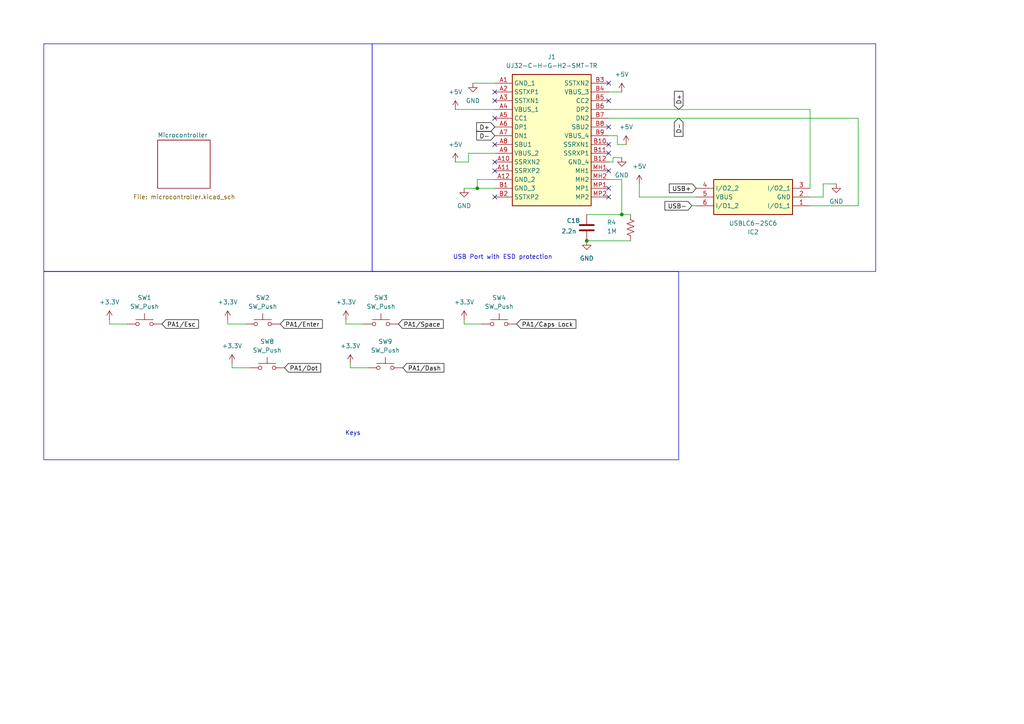
<source format=kicad_sch>
(kicad_sch (version 20231120) (generator "eeschema") (generator_version "8.0")
  (paper "A4")
  (lib_symbols
    (symbol "CustomSymbols:+5V" (power) (pin_numbers hide) (pin_names (offset 0) hide)
      (property "Value" "+5V" (at 0 3.556 0))
      (symbol "+5V_0_1"
        (polyline (pts (xy -0.762 1.27) (xy 0 2.54)))
        (polyline (pts (xy 0 0) (xy 0 2.54)))
        (polyline (pts (xy 0 2.54) (xy 0.762 1.27)))
      )
      (symbol "+5V_1_1"
        (pin power_in line (at 0 0 90) (length 0) (name "~") (number "1"))
      )
    )
    (symbol "CustomSymbols:C" (pin_numbers hide) (pin_names (offset 0.254))
      (property "Reference" "C" (at 0.635 2.54 0))
      (property "Value" "C" (at 0.635 -2.54 0))
      (symbol "C_0_1"
        (polyline (pts (xy -2.032 -0.762) (xy 2.032 -0.762)) (stroke (width 0.508)))
        (polyline (pts (xy -2.032 0.762) (xy 2.032 0.762)) (stroke (width 0.508)))
      )
      (symbol "C_1_1"
        (pin passive line (at 0 3.81 270) (length 2.794) (name "~") (number "1"))
        (pin passive line (at 0 -3.81 90) (length 2.794) (name "~") (number "2"))
      )
    )
    (symbol "CustomSymbols:GND" (power) (pin_numbers hide) (pin_names (offset 0) hide)
      (property "Value" "GND" (at 0 -3.81 0))
      (symbol "GND_0_1"
        (polyline (pts (xy 0 0) (xy 0 -1.27) (xy 1.27 -1.27) (xy 0 -2.54) (xy -1.27 -1.27) (xy 0 -1.27)))
      )
      (symbol "GND_1_1"
        (pin power_in line (at 0 0 270) (length 0) (name "~") (number "1"))
      )
    )
    (symbol "CustomSymbols:R_US" (pin_numbers hide) (pin_names (offset 0))
      (property "Reference" "R" (at 2.54 0 90))
      (property "Value" "R_US" (at -2.54 0 90))
      (symbol "R_US_0_1"
        (polyline (pts (xy 0 -2.286) (xy 0 -2.54)))
        (polyline (pts (xy 0 2.286) (xy 0 2.54)))
        (polyline (pts (xy 0 -0.762) (xy 1.016 -1.143) (xy 0 -1.524) (xy -1.016 -1.905) (xy 0 -2.286)))
        (polyline (pts (xy 0 0.762) (xy 1.016 0.381) (xy 0 0) (xy -1.016 -0.381) (xy 0 -0.762)))
        (polyline (pts (xy 0 2.286) (xy 1.016 1.905) (xy 0 1.524) (xy -1.016 1.143) (xy 0 0.762)))
      )
      (symbol "R_US_1_1"
        (pin passive line (at 0 3.81 270) (length 1.27) (name "~") (number "1"))
        (pin passive line (at 0 -3.81 90) (length 1.27) (name "~") (number "2"))
      )
    )
    (symbol "CustomSymbols:UJ32-C-H-G-H2-SMT-TR"
      (property "Reference" "J" (at 29.21 7.62 0))
      (property "Value" "UJ32-C-H-G-H2-SMT-TR" (at 29.21 5.08 0))
      (symbol "UJ32-C-H-G-H2-SMT-TR_1_1"
        (rectangle (start 5.08 2.54) (end 27.94 -35.56) (stroke (width 0.254)) (fill (type background)))
        (pin passive line (at 0 0 0) (length 5.08) (name "GND_1") (number "A1"))
        (pin passive line (at 0 -22.86 0) (length 5.08) (name "SSRXN2") (number "A10"))
        (pin passive line (at 0 -25.4 0) (length 5.08) (name "SSRXP2") (number "A11"))
        (pin passive line (at 0 -27.94 0) (length 5.08) (name "GND_2") (number "A12"))
        (pin passive line (at 0 -2.54 0) (length 5.08) (name "SSTXP1") (number "A2"))
        (pin passive line (at 0 -5.08 0) (length 5.08) (name "SSTXN1") (number "A3"))
        (pin passive line (at 0 -7.62 0) (length 5.08) (name "VBUS_1") (number "A4"))
        (pin passive line (at 0 -10.16 0) (length 5.08) (name "CC1") (number "A5"))
        (pin passive line (at 0 -12.7 0) (length 5.08) (name "DP1") (number "A6"))
        (pin passive line (at 0 -15.24 0) (length 5.08) (name "DN1") (number "A7"))
        (pin passive line (at 0 -17.78 0) (length 5.08) (name "SBU1") (number "A8"))
        (pin passive line (at 0 -20.32 0) (length 5.08) (name "VBUS_2") (number "A9"))
        (pin passive line (at 0 -30.48 0) (length 5.08) (name "GND_3") (number "B1"))
        (pin passive line (at 33.02 -17.78 180) (length 5.08) (name "SSRXN1") (number "B10"))
        (pin passive line (at 33.02 -20.32 180) (length 5.08) (name "SSRXP1") (number "B11"))
        (pin passive line (at 33.02 -22.86 180) (length 5.08) (name "GND_4") (number "B12"))
        (pin passive line (at 0 -33.02 0) (length 5.08) (name "SSTXP2") (number "B2"))
        (pin passive line (at 33.02 0 180) (length 5.08) (name "SSTXN2") (number "B3"))
        (pin passive line (at 33.02 -2.54 180) (length 5.08) (name "VBUS_3") (number "B4"))
        (pin passive line (at 33.02 -5.08 180) (length 5.08) (name "CC2") (number "B5"))
        (pin passive line (at 33.02 -7.62 180) (length 5.08) (name "DP2") (number "B6"))
        (pin passive line (at 33.02 -10.16 180) (length 5.08) (name "DN2") (number "B7"))
        (pin passive line (at 33.02 -12.7 180) (length 5.08) (name "SBU2") (number "B8"))
        (pin passive line (at 33.02 -15.24 180) (length 5.08) (name "VBUS_4") (number "B9"))
        (pin passive line (at 33.02 -25.4 180) (length 5.08) (name "MH1") (number "MH1"))
        (pin passive line (at 33.02 -27.94 180) (length 5.08) (name "MH2") (number "MH2"))
        (pin passive line (at 33.02 -30.48 180) (length 5.08) (name "MP1") (number "MP1"))
        (pin passive line (at 33.02 -33.02 180) (length 5.08) (name "MP2") (number "MP2"))
      )
    )
    (symbol "CustomSymbols:USBLC6-2SC6"
      (property "Reference" "IC" (at 29.21 7.62 0))
      (property "Value" "USBLC6-2SC6" (at 29.21 5.08 0))
      (symbol "USBLC6-2SC6_1_1"
        (rectangle (start 5.08 2.54) (end 27.94 -7.62) (stroke (width 0.254)) (fill (type background)))
        (pin passive line (at 0 0 0) (length 5.08) (name "I/O1_1") (number "1"))
        (pin passive line (at 0 -2.54 0) (length 5.08) (name "GND") (number "2"))
        (pin passive line (at 0 -5.08 0) (length 5.08) (name "I/O2_1") (number "3"))
        (pin passive line (at 33.02 -5.08 180) (length 5.08) (name "I/O2_2") (number "4"))
        (pin passive line (at 33.02 -2.54 180) (length 5.08) (name "VBUS") (number "5"))
        (pin passive line (at 33.02 0 180) (length 5.08) (name "I/O1_2") (number "6"))
      )
    )
    (symbol "Switch:SW_Push" (pin_numbers hide) (pin_names (offset 1.016) hide)
      (property "Reference" "SW" (at 1.27 2.54 0))
      (property "Value" "SW_Push" (at 0 -1.524 0))
      (symbol "SW_Push_0_1"
        (circle (center -2.032 0) (radius 0.508))
        (polyline (pts (xy 0 1.27) (xy 0 3.048)))
        (polyline (pts (xy 2.54 1.27) (xy -2.54 1.27)))
        (circle (center 2.032 0) (radius 0.508))
        (pin passive line (at -5.08 0 0) (length 2.54) (name "1") (number "1"))
        (pin passive line (at 5.08 0 180) (length 2.54) (name "2") (number "2"))
      )
    )
    (symbol "power:+3.3V" (power) (pin_numbers hide) (pin_names (offset 0) hide)
      (property "Value" "+3.3V" (at 0 3.556 0))
      (symbol "+3.3V_0_1"
        (polyline (pts (xy -0.762 1.27) (xy 0 2.54)))
        (polyline (pts (xy 0 0) (xy 0 2.54)))
        (polyline (pts (xy 0 2.54) (xy 0.762 1.27)))
      )
      (symbol "+3.3V_1_1"
        (pin power_in line (at 0 0 90) (length 0) (name "~") (number "1"))
      )
    )
    (symbol "power:+5V" (power) (pin_numbers hide) (pin_names (offset 0) hide)
      (property "Value" "+5V" (at 0 3.556 0))
      (symbol "+5V_0_1"
        (polyline (pts (xy -0.762 1.27) (xy 0 2.54)))
        (polyline (pts (xy 0 0) (xy 0 2.54)))
        (polyline (pts (xy 0 2.54) (xy 0.762 1.27)))
      )
      (symbol "+5V_1_1"
        (pin power_in line (at 0 0 90) (length 0) (name "~") (number "1"))
      )
    )
    (symbol "power:GND" (power) (pin_numbers hide) (pin_names (offset 0) hide)
      (property "Value" "GND" (at 0 -3.81 0))
      (symbol "GND_0_1"
        (polyline (pts (xy 0 0) (xy 0 -1.27) (xy 1.27 -1.27) (xy 0 -2.54) (xy -1.27 -1.27) (xy 0 -1.27)))
      )
      (symbol "GND_1_1"
        (pin power_in line (at 0 0 270) (length 0) (name "~") (number "1"))
      )
    )
  )
  (junction (at 180.34 62.23))
  (junction (at 138.43 54.61))
  (junction (at 170.18 69.85))
  (no_connect (at 176.53 57.15))
  (no_connect (at 176.53 24.13))
  (no_connect (at 143.51 46.99))
  (no_connect (at 143.51 34.29))
  (no_connect (at 143.51 41.91))
  (no_connect (at 143.51 29.21))
  (no_connect (at 176.53 54.61))
  (no_connect (at 176.53 41.91))
  (no_connect (at 143.51 57.15))
  (no_connect (at 176.53 49.53))
  (no_connect (at 143.51 26.67))
  (no_connect (at 176.53 29.21))
  (no_connect (at 143.51 49.53))
  (no_connect (at 176.53 44.45))
  (no_connect (at 176.53 36.83))
  (wire (pts (xy 248.92 34.29) (xy 248.92 59.69)))
  (wire (pts (xy 66.04 93.98) (xy 66.04 92.71)))
  (wire (pts (xy 176.53 46.99) (xy 177.8 46.99)))
  (wire (pts (xy 138.43 52.07) (xy 138.43 54.61)))
  (wire (pts (xy 176.53 26.67) (xy 180.34 26.67)))
  (wire (pts (xy 132.08 31.75) (xy 143.51 31.75)))
  (wire (pts (xy 234.95 57.15) (xy 238.76 57.15)))
  (wire (pts (xy 67.31 106.68) (xy 67.31 105.41)))
  (wire (pts (xy 71.12 93.98) (xy 66.04 93.98)))
  (wire (pts (xy 176.53 34.29) (xy 248.92 34.29)))
  (wire (pts (xy 135.89 44.45) (xy 135.89 46.99)))
  (wire (pts (xy 179.07 41.91) (xy 181.61 41.91)))
  (wire (pts (xy 201.93 59.69) (xy 200.66 59.69)))
  (wire (pts (xy 177.8 45.72) (xy 180.34 45.72)))
  (wire (pts (xy 138.43 54.61) (xy 143.51 54.61)))
  (wire (pts (xy 180.34 52.07) (xy 180.34 62.23)))
  (wire (pts (xy 180.34 62.23) (xy 182.88 62.23)))
  (wire (pts (xy 179.07 39.37) (xy 179.07 41.91)))
  (wire (pts (xy 134.62 93.98) (xy 134.62 92.71)))
  (wire (pts (xy 201.93 57.15) (xy 185.42 57.15)))
  (wire (pts (xy 234.95 31.75) (xy 234.95 54.61)))
  (wire (pts (xy 176.53 52.07) (xy 180.34 52.07)))
  (wire (pts (xy 134.62 54.61) (xy 138.43 54.61)))
  (wire (pts (xy 143.51 52.07) (xy 138.43 52.07)))
  (wire (pts (xy 135.89 46.99) (xy 132.08 46.99)))
  (wire (pts (xy 139.7 93.98) (xy 134.62 93.98)))
  (wire (pts (xy 238.76 57.15) (xy 238.76 53.34)))
  (wire (pts (xy 143.51 44.45) (xy 135.89 44.45)))
  (wire (pts (xy 31.75 93.98) (xy 31.75 92.71)))
  (wire (pts (xy 177.8 46.99) (xy 177.8 45.72)))
  (wire (pts (xy 238.76 53.34) (xy 242.57 53.34)))
  (wire (pts (xy 36.83 93.98) (xy 31.75 93.98)))
  (wire (pts (xy 176.53 39.37) (xy 179.07 39.37)))
  (wire (pts (xy 170.18 69.85) (xy 182.88 69.85)))
  (wire (pts (xy 170.18 62.23) (xy 180.34 62.23)))
  (wire (pts (xy 100.33 93.98) (xy 100.33 92.71)))
  (wire (pts (xy 176.53 31.75) (xy 234.95 31.75)))
  (wire (pts (xy 72.39 106.68) (xy 67.31 106.68)))
  (wire (pts (xy 185.42 57.15) (xy 185.42 53.34)))
  (wire (pts (xy 137.16 24.13) (xy 143.51 24.13)))
  (wire (pts (xy 101.6 106.68) (xy 101.6 105.41)))
  (wire (pts (xy 105.41 93.98) (xy 100.33 93.98)))
  (wire (pts (xy 106.68 106.68) (xy 101.6 106.68)))
  (wire (pts (xy 248.92 59.69) (xy 234.95 59.69)))
  (rectangle (start 12.7 78.74) (end 196.85 133.35))
  (rectangle (start 107.95 12.7) (end 254 78.74))
  (rectangle (start 12.7 12.7) (end 107.95 78.74))
  (text "Keys\n" (at 102.362 125.73 0) (effects (font (size 1.27 1.27))))
  (text "USB Port with ESD protection\n\n" (at 145.796 75.692 0) (effects (font (size 1.27 1.27))))
  (global_label "PA1{slash}Space" (shape input) (at 115.57 93.98 0) (property "Intersheetrefs" "${INTERSHEET_REFS}" (effects (hide yes))))
  (global_label "PA1{slash}Dot" (shape input) (at 82.55 106.68 0) (property "Intersheetrefs" "${INTERSHEET_REFS}" (effects (hide yes))))
  (global_label "D+" (shape input) (at 143.51 36.83 180) (property "Intersheetrefs" "${INTERSHEET_REFS}" (effects (hide yes))))
  (global_label "PA1{slash}Enter" (shape input) (at 81.28 93.98 0) (property "Intersheetrefs" "${INTERSHEET_REFS}" (effects (hide yes))))
  (global_label "PA1{slash}Esc" (shape input) (at 46.99 93.98 0) (property "Intersheetrefs" "${INTERSHEET_REFS}" (effects (hide yes))))
  (global_label "D-" (shape input) (at 196.85 34.29 270) (property "Intersheetrefs" "${INTERSHEET_REFS}" (effects (hide yes))))
  (global_label "D+" (shape input) (at 196.85 31.75 90) (property "Intersheetrefs" "${INTERSHEET_REFS}" (effects (hide yes))))
  (global_label "D-" (shape input) (at 143.51 39.37 180) (property "Intersheetrefs" "${INTERSHEET_REFS}" (effects (hide yes))))
  (global_label "PA1{slash}Dash" (shape input) (at 116.84 106.68 0) (property "Intersheetrefs" "${INTERSHEET_REFS}" (effects (hide yes))))
  (global_label "USB-" (shape input) (at 200.66 59.69 180) (property "Intersheetrefs" "${INTERSHEET_REFS}" (effects (hide yes))))
  (global_label "PA1{slash}Caps Lock" (shape input) (at 149.86 93.98 0) (property "Intersheetrefs" "${INTERSHEET_REFS}" (effects (hide yes))))
  (global_label "USB+" (shape input) (at 201.93 54.61 180) (property "Intersheetrefs" "${INTERSHEET_REFS}" (effects (hide yes))))
  (symbol (lib_id "CustomSymbols:C") (at 170.18 66.04 0) (unit 1)
    (property "Reference" "C18" (at 164.338 64.008 0) (effects (justify left)))
    (property "Value" "2.2n" (at 162.814 67.056 0) (effects (justify left)))
    (property "Footprint" "Capacitor_SMD:C_0805_2012Metric_Pad1.18x1.45mm_HandSolder" (effects (hide yes)))
    (property "Description" "Unpolarized capacitor" (effects (hide yes)))
  )
  (symbol (lib_id "Switch:SW_Push") (at 77.47 106.68 0) (unit 1)
    (property "Reference" "SW8" (at 77.47 99.06 0))
    (property "Value" "SW_Push" (at 77.47 101.6 0))
    (property "Footprint" "CustomFootprints:SW_MX" (effects (hide yes)))
    (property "Description" "Push button switch, generic, two pins" (effects (hide yes)))
  )
  (symbol (lib_id "Switch:SW_Push") (at 144.78 93.98 0) (unit 1)
    (property "Reference" "SW4" (at 144.78 86.36 0))
    (property "Value" "SW_Push" (at 144.78 88.9 0))
    (property "Footprint" "CustomFootprints:SW_MX" (effects (hide yes)))
    (property "Description" "Push button switch, generic, two pins" (effects (hide yes)))
  )
  (symbol (lib_id "power:+3.3V") (at 134.62 92.71 0) (unit 1)
    (property "Reference" "#PWR035" (effects (hide yes)))
    (property "Value" "+3.3V" (at 134.62 87.63 0))
    (property "Description" "Power symbol creates a global label with name \"+3.3V\"" (effects (hide yes)))
  )
  (symbol (lib_id "power:GND") (at 134.62 54.61 0) (unit 1)
    (property "Reference" "#PWR031" (effects (hide yes)))
    (property "Value" "GND" (at 134.62 59.69 0))
    (property "Description" "Power symbol creates a global label with name \"GND\" , ground" (effects (hide yes)))
  )
  (symbol (lib_id "power:+3.3V") (at 100.33 92.71 0) (unit 1)
    (property "Reference" "#PWR034" (effects (hide yes)))
    (property "Value" "+3.3V" (at 100.33 87.63 0))
    (property "Description" "Power symbol creates a global label with name \"+3.3V\"" (effects (hide yes)))
  )
  (symbol (lib_id "Switch:SW_Push") (at 110.49 93.98 0) (unit 1)
    (property "Reference" "SW3" (at 110.49 86.36 0))
    (property "Value" "SW_Push" (at 110.49 88.9 0))
    (property "Footprint" "CustomFootprints:SW_MX" (effects (hide yes)))
    (property "Description" "Push button switch, generic, two pins" (effects (hide yes)))
  )
  (symbol (lib_id "power:+5V") (at 181.61 41.91 0) (unit 1)
    (property "Reference" "#PWR041" (effects (hide yes)))
    (property "Value" "+5V" (at 181.61 36.83 0))
    (property "Description" "Power symbol creates a global label with name \"+5V\"" (effects (hide yes)))
  )
  (symbol (lib_id "power:GND") (at 180.34 45.72 0) (unit 1)
    (property "Reference" "#PWR042" (effects (hide yes)))
    (property "Value" "GND" (at 180.34 50.8 0))
    (property "Description" "Power symbol creates a global label with name \"GND\" , ground" (effects (hide yes)))
  )
  (symbol (lib_id "CustomSymbols:USBLC6-2SC6") (at 234.95 59.69 180) (unit 1)
    (property "Reference" "IC2" (at 218.44 67.31 0))
    (property "Value" "USBLC6-2SC6" (at 218.44 64.77 0))
    (property "Footprint" "SOT95P280X145-6N" (effects (hide yes)))
    (property "Datasheet" "http://www.st.com/st-web-ui/static/active/en/resource/technical/document/datasheet/CD00050750.pdf" (effects (hide yes)))
    (property "Description" "TVS Diode Array Uni-Directional USBLC6-2SC6 17V, SOT-23 6-Pin" (effects (hide yes)))
    (property "Height" "1.45" (effects (hide yes)))
    (property "Mouser Part Number" "511-USBLC6-2SC6" (effects (hide yes)))
    (property "Mouser Price/Stock" "https://www.mouser.co.uk/ProductDetail/STMicroelectronics/USBLC6-2SC6?qs=po45yt2pPpu%2FhNIlwQdTlg%3D%3D" (effects (hide yes)))
    (property "Manufacturer_Name" "STMicroelectronics" (effects (hide yes)))
    (property "Manufacturer_Part_Number" "USBLC6-2SC6" (effects (hide yes)))
  )
  (symbol (lib_id "CustomSymbols:+5V") (at 185.42 53.34 0) (unit 1)
    (property "Reference" "#PWR029" (effects (hide yes)))
    (property "Value" "+5V" (at 185.42 48.26 0))
    (property "Description" "Power symbol creates a global label with name \"+5V\"" (effects (hide yes)))
  )
  (symbol (lib_id "Switch:SW_Push") (at 41.91 93.98 0) (unit 1)
    (property "Reference" "SW1" (at 41.91 86.36 0))
    (property "Value" "SW_Push" (at 41.91 88.9 0))
    (property "Footprint" "CustomFootprints:SW_MX" (effects (hide yes)))
    (property "Description" "Push button switch, generic, two pins" (effects (hide yes)))
  )
  (symbol (lib_id "CustomSymbols:GND") (at 242.57 53.34 0) (unit 1)
    (property "Reference" "#PWR033" (effects (hide yes)))
    (property "Value" "GND" (at 242.57 58.42 0))
    (property "Description" "Power symbol creates a global label with name \"GND\" , ground" (effects (hide yes)))
  )
  (symbol (lib_id "CustomSymbols:R_US") (at 182.88 66.04 0) (unit 1)
    (property "Reference" "R4" (at 176.022 64.516 0) (effects (justify left)))
    (property "Value" "1M" (at 176.022 67.056 0) (effects (justify left)))
    (property "Footprint" "Resistor_SMD:R_0805_2012Metric_Pad1.20x1.40mm_HandSolder" (effects (hide yes)))
    (property "Description" "Resistor, US symbol" (effects (hide yes)))
  )
  (symbol (lib_id "CustomSymbols:GND") (at 170.18 69.85 0) (unit 1)
    (property "Reference" "#PWR030" (effects (hide yes)))
    (property "Value" "GND" (at 170.18 74.93 0))
    (property "Description" "Power symbol creates a global label with name \"GND\" , ground" (effects (hide yes)))
  )
  (symbol (lib_id "power:+3.3V") (at 66.04 92.71 0) (unit 1)
    (property "Reference" "#PWR05" (effects (hide yes)))
    (property "Value" "+3.3V" (at 66.04 87.63 0))
    (property "Description" "Power symbol creates a global label with name \"+3.3V\"" (effects (hide yes)))
  )
  (symbol (lib_id "power:+5V") (at 132.08 46.99 0) (unit 1)
    (property "Reference" "#PWR032" (effects (hide yes)))
    (property "Value" "+5V" (at 132.08 41.91 0))
    (property "Description" "Power symbol creates a global label with name \"+5V\"" (effects (hide yes)))
  )
  (symbol (lib_id "power:+5V") (at 180.34 26.67 0) (unit 1)
    (property "Reference" "#PWR038" (effects (hide yes)))
    (property "Value" "+5V" (at 180.34 21.59 0))
    (property "Description" "Power symbol creates a global label with name \"+5V\"" (effects (hide yes)))
  )
  (symbol (lib_id "Switch:SW_Push") (at 76.2 93.98 0) (unit 1)
    (property "Reference" "SW2" (at 76.2 86.36 0))
    (property "Value" "SW_Push" (at 76.2 88.9 0))
    (property "Footprint" "CustomFootprints:SW_MX" (effects (hide yes)))
    (property "Description" "Push button switch, generic, two pins" (effects (hide yes)))
  )
  (symbol (lib_id "power:+3.3V") (at 101.6 105.41 0) (unit 1)
    (property "Reference" "#PWR040" (effects (hide yes)))
    (property "Value" "+3.3V" (at 101.6 100.33 0))
    (property "Description" "Power symbol creates a global label with name \"+3.3V\"" (effects (hide yes)))
  )
  (symbol (lib_id "power:+5V") (at 132.08 31.75 0) (unit 1)
    (property "Reference" "#PWR036" (effects (hide yes)))
    (property "Value" "+5V" (at 132.08 26.67 0))
    (property "Description" "Power symbol creates a global label with name \"+5V\"" (effects (hide yes)))
  )
  (symbol (lib_id "power:GND") (at 137.16 24.13 0) (unit 1)
    (property "Reference" "#PWR037" (effects (hide yes)))
    (property "Value" "GND" (at 137.16 29.21 0))
    (property "Description" "Power symbol creates a global label with name \"GND\" , ground" (effects (hide yes)))
  )
  (symbol (lib_id "Switch:SW_Push") (at 111.76 106.68 0) (unit 1)
    (property "Reference" "SW9" (at 111.76 99.06 0))
    (property "Value" "SW_Push" (at 111.76 101.6 0))
    (property "Footprint" "CustomFootprints:SW_MX" (effects (hide yes)))
    (property "Description" "Push button switch, generic, two pins" (effects (hide yes)))
  )
  (symbol (lib_id "CustomSymbols:UJ32-C-H-G-H2-SMT-TR") (at 143.51 24.13 0) (unit 1)
    (property "Reference" "J1" (at 160.02 16.51 0))
    (property "Value" "UJ32-C-H-G-H2-SMT-TR" (at 160.02 19.05 0))
    (property "Footprint" "UJ32CHGH2SMTTR" (effects (hide yes)))
    (property "Datasheet" "https://www.sameskydevices.com/product/resource/supplyframepdf/uj32-c-h-g-h2-smt-tr.pdf" (effects (hide yes)))
    (property "Description" "Type C, USB 3.2 Gen 2x2, 20 Gbps, 20 Vac, 5 A, Right Angle, Gold Flash, Surface Mount, Black Insulator, USB Receptacle" (effects (hide yes)))
    (property "Height" "3.62" (effects (hide yes)))
    (property "Mouser Part Number" "179-UJ32CHGH2SMTTR" (effects (hide yes)))
    (property "Mouser Price/Stock" "https://www.mouser.co.uk/ProductDetail/CUI-Devices/UJ32-C-H-G-H2-SMT-TR?qs=vvQtp7zwQdN9hqweK3Xukg%3D%3D" (effects (hide yes)))
    (property "Manufacturer_Name" "Same Sky" (effects (hide yes)))
    (property "Manufacturer_Part_Number" "UJ32-C-H-G-H2-SMT-TR" (effects (hide yes)))
  )
  (symbol (lib_id "power:+3.3V") (at 31.75 92.71 0) (unit 1)
    (property "Reference" "#PWR04" (effects (hide yes)))
    (property "Value" "+3.3V" (at 31.75 87.63 0))
    (property "Description" "Power symbol creates a global label with name \"+3.3V\"" (effects (hide yes)))
  )
  (symbol (lib_id "power:+3.3V") (at 67.31 105.41 0) (unit 1)
    (property "Reference" "#PWR039" (effects (hide yes)))
    (property "Value" "+3.3V" (at 67.31 100.33 0))
    (property "Description" "Power symbol creates a global label with name \"+3.3V\"" (effects (hide yes)))
  )
  (sheet (at 45.72 40.64) (size 15.24 13.97) (stroke (width 0.1524))
    (property "Sheetname" "Microcontroller" (at 45.72 39.9284 0) (effects (justify left bottom)))
    (property "Sheetfile" "microcontroller.kicad_sch" (at 38.608 56.388 0) (effects (justify left top)))
  )
)
</source>
